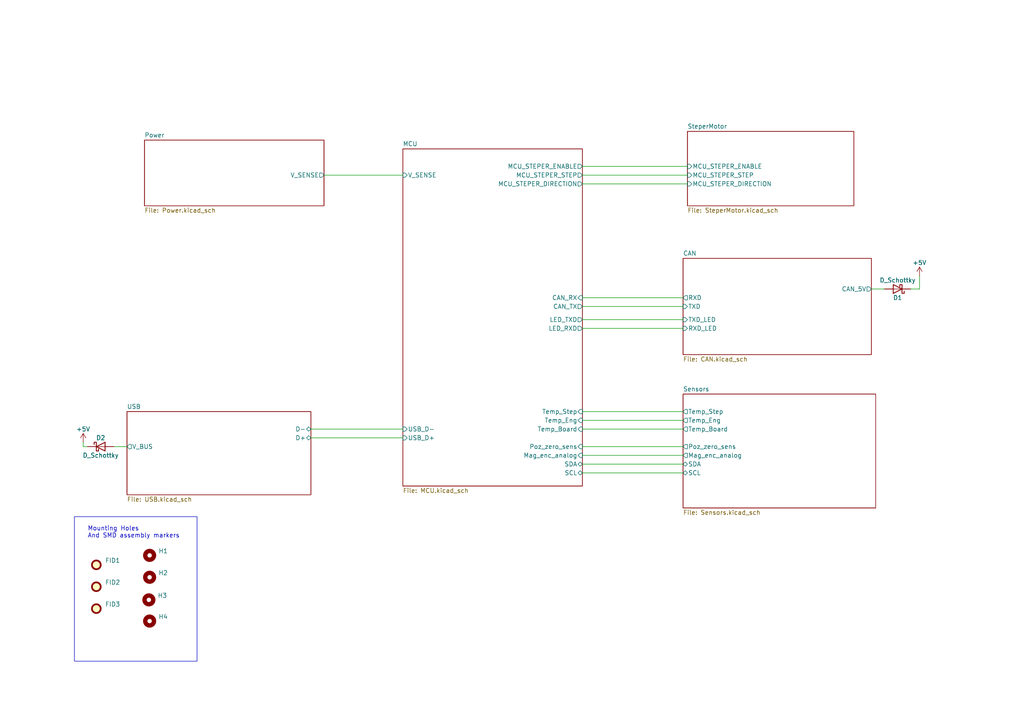
<source format=kicad_sch>
(kicad_sch (version 20230121) (generator eeschema)
  (paper "A4")
  (lib_symbols
    (symbol "Device:D_Schottky" (pin_numbers hide) (pin_names (offset 1.016) hide)
      (property "Reference" "D" (at 0 2.54 0))
      (property "Value" "D_Schottky" (at 0 -2.54 0))
      (symbol "D_Schottky_0_1"
        (polyline (pts (xy 1.27 0) (xy -1.27 0)))
        (polyline (pts (xy 1.27 1.27) (xy 1.27 -1.27) (xy -1.27 0) (xy 1.27 1.27)) (stroke (width 0.254)))
        (polyline (pts (xy -1.905 0.635) (xy -1.905 1.27) (xy -1.27 1.27) (xy -1.27 -1.27) (xy -0.635 -1.27) (xy -0.635 -0.635)) (stroke (width 0.254)))
      )
      (symbol "D_Schottky_1_1"
        (pin passive line (at -3.81 0 0) (length 2.54) (name "K") (number "1"))
        (pin passive line (at 3.81 0 180) (length 2.54) (name "A") (number "2"))
      )
    )
    (symbol "Mechanical:Fiducial"
      (property "Reference" "FID" (at 0 5.08 0))
      (property "Value" "Fiducial" (at 0 3.175 0))
      (symbol "Fiducial_0_1"
        (circle (center 0 0) (radius 1.27) (stroke (width 0.508)) (fill (type background)))
      )
    )
    (symbol "Mechanical:MountingHole" (pin_names (offset 1.016))
      (property "Reference" "H" (at 0 5.08 0))
      (property "Value" "MountingHole" (at 0 3.175 0))
      (symbol "MountingHole_0_1"
        (circle (center 0 0) (radius 1.27) (stroke (width 1.27)))
      )
    )
    (symbol "power:+5V" (power) (pin_names (offset 0))
      (property "Value" "+5V" (at 0 3.556 0))
      (symbol "+5V_0_1"
        (polyline (pts (xy -0.762 1.27) (xy 0 2.54)))
        (polyline (pts (xy 0 0) (xy 0 2.54)))
        (polyline (pts (xy 0 2.54) (xy 0.762 1.27)))
      )
      (symbol "+5V_1_1"
        (pin power_in line (at 0 0 90) (length 0) hide (name "+5V") (number "1"))
      )
    )
  )
  (wire (pts (xy 90.17 124.46) (xy 116.84 124.46)))
  (wire (pts (xy 168.91 53.34) (xy 199.39 53.34)))
  (wire (pts (xy 168.91 88.9) (xy 198.12 88.9)))
  (wire (pts (xy 93.98 50.8) (xy 116.84 50.8)))
  (wire (pts (xy 168.91 129.54) (xy 198.12 129.54)))
  (wire (pts (xy 168.91 137.16) (xy 198.12 137.16)))
  (wire (pts (xy 168.91 132.08) (xy 198.12 132.08)))
  (wire (pts (xy 168.91 48.26) (xy 199.39 48.26)))
  (wire (pts (xy 266.7 83.82) (xy 266.7 80.01)))
  (wire (pts (xy 90.17 127) (xy 116.84 127)))
  (wire (pts (xy 168.91 134.62) (xy 198.12 134.62)))
  (wire (pts (xy 168.91 92.71) (xy 198.12 92.71)))
  (wire (pts (xy 168.91 119.38) (xy 198.12 119.38)))
  (wire (pts (xy 168.91 124.46) (xy 198.12 124.46)))
  (wire (pts (xy 168.91 50.8) (xy 199.39 50.8)))
  (wire (pts (xy 264.16 83.82) (xy 266.7 83.82)))
  (wire (pts (xy 33.02 129.54) (xy 36.83 129.54)))
  (wire (pts (xy 25.4 129.54) (xy 24.13 129.54)))
  (wire (pts (xy 168.91 95.25) (xy 198.12 95.25)))
  (wire (pts (xy 168.91 121.92) (xy 198.12 121.92)))
  (wire (pts (xy 168.91 86.36) (xy 198.12 86.36)))
  (wire (pts (xy 252.73 83.82) (xy 256.54 83.82)))
  (wire (pts (xy 24.13 129.54) (xy 24.13 128.27)))
  (rectangle (start 21.59 149.86) (end 57.15 191.77))
  (text "Mounting Holes\nAnd SMD assembly markers" (at 25.4 156.21 0) (effects (font (size 1.27 1.27)) (justify left bottom)))
  (symbol (lib_id "Mechanical:MountingHole") (at 43.3949 161.0826 0) (unit 1)
    (property "Reference" "H1" (at 45.9349 159.8126 0) (effects (justify left)))
    (property "Value" "MountingHole" (effects hide))
    (property "Footprint" "MountingHole:MountingHole_3.2mm_M3_ISO7380" (effects hide))
  )
  (symbol (lib_id "Mechanical:MountingHole") (at 43.18 173.99 0) (unit 1)
    (property "Reference" "H3" (at 45.72 172.72 0) (effects (justify left)))
    (property "Value" "MountingHole" (effects hide))
    (property "Footprint" "MountingHole:MountingHole_3.2mm_M3_ISO7380" (effects hide))
  )
  (symbol (lib_id "power:+5V") (at 24.13 128.27 0) (mirror y) (unit 1)
    (property "Reference" "#PWR02" (effects hide))
    (property "Value" "+5V" (at 24.13 124.46 0))
  )
  (symbol (lib_id "Mechanical:Fiducial") (at 27.94 170.18 0) (unit 1)
    (property "Reference" "FID2" (at 30.48 168.91 0) (effects (justify left)))
    (property "Value" "Fiducial" (effects hide))
    (property "Footprint" "Fiducial:Fiducial_1mm_Mask2mm" (effects hide))
  )
  (symbol (lib_id "Mechanical:Fiducial") (at 27.94 176.53 0) (unit 1)
    (property "Reference" "FID3" (at 30.48 175.26 0) (effects (justify left)))
    (property "Value" "Fiducial" (effects hide))
    (property "Footprint" "Fiducial:Fiducial_1mm_Mask2mm" (effects hide))
  )
  (symbol (lib_id "Mechanical:MountingHole") (at 43.3949 167.4326 0) (unit 1)
    (property "Reference" "H2" (at 45.9349 166.1626 0) (effects (justify left)))
    (property "Value" "MountingHole" (effects hide))
    (property "Footprint" "MountingHole:MountingHole_3.2mm_M3_ISO7380" (effects hide))
  )
  (symbol (lib_id "Device:D_Schottky") (at 260.35 83.82 180) (unit 1)
    (property "Reference" "D1" (at 260.35 86.36 0))
    (property "Value" "D_Schottky" (at 260.35 81.28 0))
    (property "Footprint" "Diode_SMD:D_SMA" (effects hide))
  )
  (symbol (lib_id "Device:D_Schottky") (at 29.21 129.54 0) (unit 1)
    (property "Reference" "D2" (at 29.21 127 0))
    (property "Value" "D_Schottky" (at 29.21 132.08 0))
    (property "Footprint" "Diode_SMD:D_SMA" (effects hide))
  )
  (symbol (lib_id "Mechanical:MountingHole") (at 43.3949 180.1326 0) (unit 1)
    (property "Reference" "H4" (at 45.9349 178.8626 0) (effects (justify left)))
    (property "Value" "MountingHole" (effects hide))
    (property "Footprint" "MountingHole:MountingHole_3.2mm_M3_ISO7380" (effects hide))
  )
  (symbol (lib_id "power:+5V") (at 266.7 80.01 0) (mirror y) (unit 1)
    (property "Reference" "#PWR01" (effects hide))
    (property "Value" "+5V" (at 266.7 76.2 0))
  )
  (symbol (lib_id "Mechanical:Fiducial") (at 27.94 163.83 0) (unit 1)
    (property "Reference" "FID1" (at 30.48 162.56 0) (effects (justify left)))
    (property "Value" "Fiducial" (effects hide))
    (property "Footprint" "Fiducial:Fiducial_1mm_Mask2mm" (effects hide))
  )
  (sheet (at 198.12 114.3) (size 55.88 33.02) (stroke (width 0.1524))
    (property "Sheetname" "Sensors" (at 198.12 113.5884 0) (effects (justify left bottom)))
    (property "Sheetfile" "Sensors.kicad_sch" (at 198.12 147.9046 0) (effects (justify left top)))
    (pin "Temp_Step" output (at 198.12 119.38 180))
    (pin "Temp_Eng" output (at 198.12 121.92 180))
    (pin "SDA" bidirectional (at 198.12 134.62 180))
    (pin "SCL" bidirectional (at 198.12 137.16 180))
    (pin "Mag_enc_analog" output (at 198.12 132.08 180))
    (pin "Temp_Board" output (at 198.12 124.46 180))
    (pin "Poz_zero_sens" output (at 198.12 129.54 180))
  )
  (sheet (at 41.91 40.64) (size 52.07 19.05) (stroke (width 0.1524))
    (property "Sheetname" "Power" (at 41.91 39.9284 0) (effects (justify left bottom)))
    (property "Sheetfile" "Power.kicad_sch" (at 41.91 60.2746 0) (effects (justify left top)))
    (pin "V_SENSE" output (at 93.98 50.8 0))
  )
  (sheet (at 36.83 119.38) (size 53.34 24.13) (stroke (width 0.1524))
    (property "Sheetname" "USB" (at 36.83 118.6684 0) (effects (justify left bottom)))
    (property "Sheetfile" "USB.kicad_sch" (at 36.83 144.0946 0) (effects (justify left top)))
    (pin "D-" bidirectional (at 90.17 124.46 0))
    (pin "D+" bidirectional (at 90.17 127 0))
    (pin "V_BUS" output (at 36.83 129.54 180))
  )
  (sheet (at 199.39 38.1) (size 48.26 21.59) (stroke (width 0.1524))
    (property "Sheetname" "SteperMotor" (at 199.39 37.3884 0) (effects (justify left bottom)))
    (property "Sheetfile" "SteperMotor.kicad_sch" (at 199.39 60.2746 0) (effects (justify left top)))
    (pin "MCU_STEPER_DIRECTION" input (at 199.39 53.34 180))
    (pin "MCU_STEPER_STEP" input (at 199.39 50.8 180))
    (pin "MCU_STEPER_ENABLE" input (at 199.39 48.26 180))
  )
  (sheet (at 198.12 74.93) (size 54.61 27.94) (stroke (width 0.1524))
    (property "Sheetname" "CAN" (at 198.12 74.2184 0) (effects (justify left bottom)))
    (property "Sheetfile" "CAN.kicad_sch" (at 198.12 103.4546 0) (effects (justify left top)))
    (pin "CAN_5V" output (at 252.73 83.82 0))
    (pin "RXD" output (at 198.12 86.36 180))
    (pin "TXD" input (at 198.12 88.9 180))
    (pin "TXD_LED" input (at 198.12 92.71 180))
    (pin "RXD_LED" input (at 198.12 95.25 180))
  )
  (sheet (at 116.84 43.18) (size 52.07 97.79) (stroke (width 0.1524))
    (property "Sheetname" "MCU" (at 116.84 42.4684 0) (effects (justify left bottom)))
    (property "Sheetfile" "MCU.kicad_sch" (at 116.84 141.5546 0) (effects (justify left top)))
    (pin "USB_D-" input (at 116.84 124.46 180))
    (pin "USB_D+" input (at 116.84 127 180))
    (pin "LED_RXD" output (at 168.91 95.25 0))
    (pin "LED_TXD" output (at 168.91 92.71 0))
    (pin "Mag_enc_analog" input (at 168.91 132.08 0))
    (pin "Temp_Eng" input (at 168.91 121.92 0))
    (pin "Temp_Step" input (at 168.91 119.38 0))
    (pin "Temp_Board" input (at 168.91 124.46 0))
    (pin "MCU_STEPER_STEP" output (at 168.91 50.8 0))
    (pin "MCU_STEPER_ENABLE" output (at 168.91 48.26 0))
    (pin "MCU_STEPER_DIRECTION" output (at 168.91 53.34 0))
    (pin "V_SENSE" input (at 116.84 50.8 180))
    (pin "SDA" bidirectional (at 168.91 134.62 0))
    (pin "SCL" bidirectional (at 168.91 137.16 0))
    (pin "CAN_RX" input (at 168.91 86.36 0))
    (pin "CAN_TX" output (at 168.91 88.9 0))
    (pin "Poz_zero_sens" input (at 168.91 129.54 0))
  )
)
</source>
